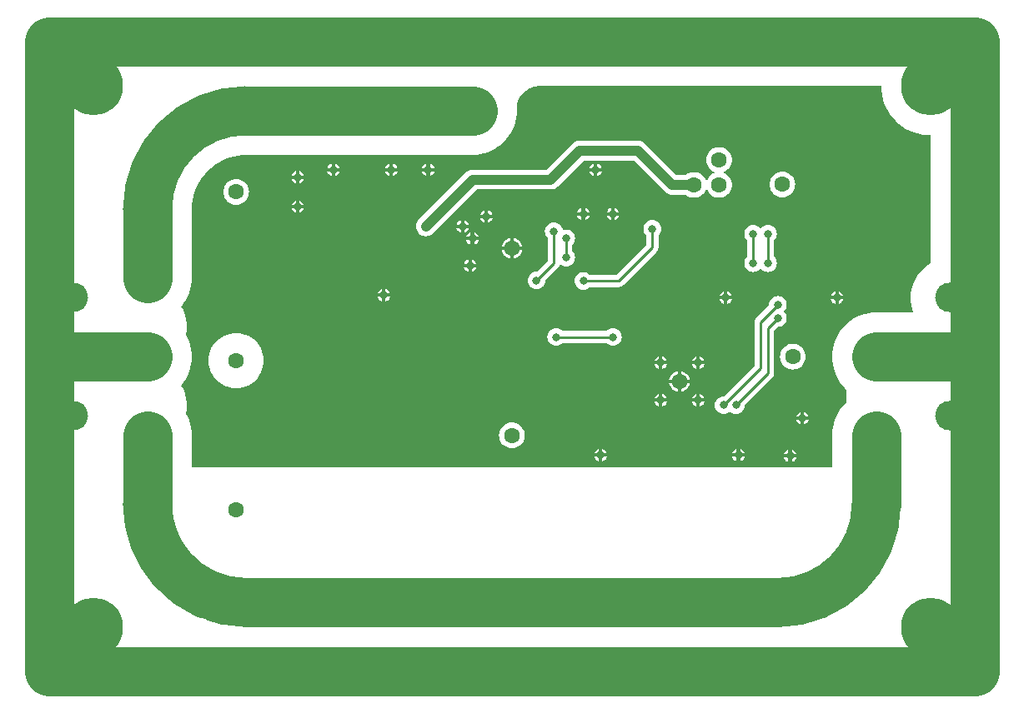
<source format=gbl>
G04*
G04 #@! TF.GenerationSoftware,Altium Limited,Altium Designer,18.1.7 (191)*
G04*
G04 Layer_Physical_Order=2*
G04 Layer_Color=16711680*
%FSLAX44Y44*%
%MOMM*%
G71*
G01*
G75*
%ADD24C,5.0000*%
%ADD35C,1.0000*%
%ADD41C,0.2500*%
%ADD42C,4.0000*%
%ADD43C,1.6000*%
%ADD44C,6.0000*%
G04:AMPARAMS|DCode=45|XSize=5mm|YSize=3mm|CornerRadius=1.5mm|HoleSize=0mm|Usage=FLASHONLY|Rotation=0.000|XOffset=0mm|YOffset=0mm|HoleType=Round|Shape=RoundedRectangle|*
%AMROUNDEDRECTD45*
21,1,5.0000,0.0000,0,0,0.0*
21,1,2.0000,3.0000,0,0,0.0*
1,1,3.0000,1.0000,0.0000*
1,1,3.0000,-1.0000,0.0000*
1,1,3.0000,-1.0000,0.0000*
1,1,3.0000,1.0000,0.0000*
%
%ADD45ROUNDEDRECTD45*%
%ADD46C,0.8000*%
G36*
X875143Y620638D02*
X875713Y616309D01*
X876658Y612047D01*
X877971Y607883D01*
X879641Y603849D01*
X881657Y599976D01*
X884003Y596294D01*
X886661Y592830D01*
X889611Y589611D01*
X892830Y586661D01*
X896294Y584003D01*
X899976Y581657D01*
X903849Y579641D01*
X907883Y577971D01*
X912047Y576658D01*
X916309Y575713D01*
X920638Y575143D01*
X924957Y574954D01*
Y444622D01*
X922750Y443299D01*
X919594Y440958D01*
X916682Y438318D01*
X914042Y435406D01*
X911701Y432250D01*
X909681Y428879D01*
X908000Y425326D01*
X906676Y421625D01*
X905721Y417813D01*
X905145Y413925D01*
X904952Y410000D01*
X905145Y406075D01*
X905721Y402187D01*
X906676Y398375D01*
X907722Y395452D01*
X907434Y395043D01*
X870000D01*
X866074Y394871D01*
X862178Y394359D01*
X858342Y393508D01*
X854594Y392327D01*
X850964Y390823D01*
X847479Y389008D01*
X844165Y386897D01*
X841047Y384505D01*
X838150Y381850D01*
X835495Y378953D01*
X833103Y375835D01*
X830992Y372522D01*
X829177Y369036D01*
X827674Y365406D01*
X826492Y361658D01*
X825641Y357822D01*
X825128Y353926D01*
X824957Y350000D01*
X825128Y346074D01*
X825641Y342178D01*
X826492Y338342D01*
X827674Y334594D01*
X829177Y330964D01*
X830992Y327479D01*
X833103Y324165D01*
X835495Y321047D01*
X838150Y318150D01*
X840000Y316455D01*
Y303545D01*
X838150Y301850D01*
X835495Y298953D01*
X833103Y295835D01*
X830992Y292521D01*
X829177Y289036D01*
X827674Y285406D01*
X826492Y281658D01*
X825641Y277822D01*
X825128Y273926D01*
X824957Y270000D01*
Y237500D01*
X495000Y237500D01*
Y237500D01*
X494500Y237500D01*
X175043Y237500D01*
Y270000D01*
X174872Y273926D01*
X174359Y277822D01*
X173508Y281658D01*
X172327Y285406D01*
X170823Y289036D01*
X169247Y292062D01*
X169279Y292187D01*
X169855Y296075D01*
X170048Y300000D01*
X169855Y303925D01*
X169279Y307813D01*
X168324Y311625D01*
X167000Y315326D01*
X165319Y318879D01*
X164212Y320727D01*
X164505Y321047D01*
X166897Y324165D01*
X169008Y327479D01*
X170823Y330964D01*
X172327Y334594D01*
X173508Y338342D01*
X174359Y342178D01*
X174872Y346074D01*
X175043Y350000D01*
X174872Y353926D01*
X174359Y357822D01*
X173508Y361658D01*
X172327Y365406D01*
X170823Y369036D01*
X169247Y372062D01*
X169279Y372187D01*
X169855Y376075D01*
X170048Y380000D01*
X169855Y383925D01*
X169279Y387813D01*
X168324Y391625D01*
X167000Y395326D01*
X165319Y398879D01*
X164212Y400727D01*
X164505Y401047D01*
X166897Y404165D01*
X169008Y407479D01*
X170823Y410964D01*
X172327Y414594D01*
X173508Y418342D01*
X174359Y422178D01*
X174872Y426074D01*
X175043Y430000D01*
Y499924D01*
X175024Y500350D01*
X175177Y504245D01*
X175686Y508539D01*
X176529Y512780D01*
X177703Y516941D01*
X179199Y520998D01*
X181010Y524925D01*
X183122Y528697D01*
X185525Y532292D01*
X188202Y535688D01*
X191137Y538863D01*
X194312Y541798D01*
X197708Y544475D01*
X201303Y546878D01*
X205075Y548990D01*
X209002Y550801D01*
X213059Y552297D01*
X217220Y553471D01*
X221461Y554314D01*
X225755Y554823D01*
X229650Y554976D01*
X230076Y554957D01*
X460000D01*
X463926Y555129D01*
X467822Y555641D01*
X471658Y556492D01*
X475406Y557673D01*
X479036Y559177D01*
X482521Y560992D01*
X485835Y563103D01*
X488953Y565495D01*
X491850Y568150D01*
X494505Y571047D01*
X496897Y574165D01*
X499008Y577479D01*
X500823Y580964D01*
X502327Y584594D01*
X503508Y588342D01*
X504359Y592178D01*
X504871Y596074D01*
X505043Y600000D01*
X504878Y603773D01*
X505006Y605076D01*
X505454Y607327D01*
X506120Y609522D01*
X506998Y611642D01*
X508080Y613666D01*
X509355Y615574D01*
X510811Y617348D01*
X512434Y618971D01*
X514207Y620426D01*
X516115Y621701D01*
X518139Y622783D01*
X520259Y623661D01*
X522455Y624327D01*
X524706Y624775D01*
X526554Y624957D01*
X874954D01*
X875143Y620638D01*
D02*
G37*
%LPC*%
G36*
X589250Y621262D02*
Y616750D01*
X593762D01*
X593534Y617500D01*
X592931Y618629D01*
X592118Y619618D01*
X591129Y620431D01*
X590000Y621034D01*
X589250Y621262D01*
D02*
G37*
G36*
X585750D02*
X585000Y621034D01*
X583871Y620431D01*
X582882Y619618D01*
X582069Y618629D01*
X581466Y617500D01*
X581238Y616750D01*
X585750D01*
Y621262D01*
D02*
G37*
G36*
X564250D02*
Y616750D01*
X568762D01*
X568534Y617500D01*
X567931Y618629D01*
X567118Y619618D01*
X566129Y620431D01*
X565000Y621034D01*
X564250Y621262D01*
D02*
G37*
G36*
X560750D02*
X560000Y621034D01*
X558871Y620431D01*
X557882Y619618D01*
X557069Y618629D01*
X556466Y617500D01*
X556238Y616750D01*
X560750D01*
Y621262D01*
D02*
G37*
G36*
X593762Y613250D02*
X589250D01*
Y608738D01*
X590000Y608966D01*
X591129Y609569D01*
X592118Y610382D01*
X592931Y611371D01*
X593534Y612500D01*
X593762Y613250D01*
D02*
G37*
G36*
X585750D02*
X581238D01*
X581466Y612500D01*
X582069Y611371D01*
X582882Y610382D01*
X583871Y609569D01*
X585000Y608966D01*
X585750Y608738D01*
Y613250D01*
D02*
G37*
G36*
X568762D02*
X564250D01*
Y608738D01*
X565000Y608966D01*
X566129Y609569D01*
X567118Y610382D01*
X567931Y611371D01*
X568534Y612500D01*
X568762Y613250D01*
D02*
G37*
G36*
X560750D02*
X556238D01*
X556466Y612500D01*
X557069Y611371D01*
X557882Y610382D01*
X558871Y609569D01*
X560000Y608966D01*
X560750Y608738D01*
Y613250D01*
D02*
G37*
G36*
X601750Y606262D02*
Y601750D01*
X606262D01*
X606034Y602499D01*
X605431Y603629D01*
X604618Y604618D01*
X603629Y605431D01*
X602500Y606034D01*
X601750Y606262D01*
D02*
G37*
G36*
X598250D02*
X597500Y606034D01*
X596371Y605431D01*
X595382Y604618D01*
X594569Y603629D01*
X593966Y602499D01*
X593738Y601750D01*
X598250D01*
Y606262D01*
D02*
G37*
G36*
X576750D02*
Y601750D01*
X581262D01*
X581034Y602499D01*
X580431Y603629D01*
X579618Y604618D01*
X578629Y605431D01*
X577500Y606034D01*
X576750Y606262D01*
D02*
G37*
G36*
X573250D02*
X572500Y606034D01*
X571371Y605431D01*
X570382Y604618D01*
X569569Y603629D01*
X568966Y602499D01*
X568738Y601750D01*
X573250D01*
Y606262D01*
D02*
G37*
G36*
X551750D02*
Y601750D01*
X556262D01*
X556034Y602499D01*
X555431Y603629D01*
X554618Y604618D01*
X553629Y605431D01*
X552500Y606034D01*
X551750Y606262D01*
D02*
G37*
G36*
X548250D02*
X547500Y606034D01*
X546371Y605431D01*
X545382Y604618D01*
X544569Y603629D01*
X543966Y602499D01*
X543738Y601750D01*
X548250D01*
Y606262D01*
D02*
G37*
G36*
X606262Y598250D02*
X601750D01*
Y593738D01*
X602500Y593966D01*
X603629Y594569D01*
X604618Y595382D01*
X605431Y596371D01*
X606034Y597500D01*
X606262Y598250D01*
D02*
G37*
G36*
X598250D02*
X593738D01*
X593966Y597500D01*
X594569Y596371D01*
X595382Y595382D01*
X596371Y594569D01*
X597500Y593966D01*
X598250Y593738D01*
Y598250D01*
D02*
G37*
G36*
X581262D02*
X576750D01*
Y593738D01*
X577500Y593966D01*
X578629Y594569D01*
X579618Y595382D01*
X580431Y596371D01*
X581034Y597500D01*
X581262Y598250D01*
D02*
G37*
G36*
X573250D02*
X568738D01*
X568966Y597500D01*
X569569Y596371D01*
X570382Y595382D01*
X571371Y594569D01*
X572500Y593966D01*
X573250Y593738D01*
Y598250D01*
D02*
G37*
G36*
X556262D02*
X551750D01*
Y593738D01*
X552500Y593966D01*
X553629Y594569D01*
X554618Y595382D01*
X555431Y596371D01*
X556034Y597500D01*
X556262Y598250D01*
D02*
G37*
G36*
X548250D02*
X543738D01*
X543966Y597500D01*
X544569Y596371D01*
X545382Y595382D01*
X546371Y594569D01*
X547500Y593966D01*
X548250Y593738D01*
Y598250D01*
D02*
G37*
G36*
X589250Y591262D02*
Y586750D01*
X593762D01*
X593534Y587499D01*
X592931Y588629D01*
X592118Y589618D01*
X591129Y590431D01*
X590000Y591034D01*
X589250Y591262D01*
D02*
G37*
G36*
X585750D02*
X585000Y591034D01*
X583871Y590431D01*
X582882Y589618D01*
X582069Y588629D01*
X581466Y587499D01*
X581238Y586750D01*
X585750D01*
Y591262D01*
D02*
G37*
G36*
X564250D02*
Y586750D01*
X568762D01*
X568534Y587499D01*
X567931Y588629D01*
X567118Y589618D01*
X566129Y590431D01*
X565000Y591034D01*
X564250Y591262D01*
D02*
G37*
G36*
X560750D02*
X560000Y591034D01*
X558871Y590431D01*
X557882Y589618D01*
X557069Y588629D01*
X556466Y587499D01*
X556238Y586750D01*
X560750D01*
Y591262D01*
D02*
G37*
G36*
X593762Y583250D02*
X589250D01*
Y578738D01*
X590000Y578966D01*
X591129Y579569D01*
X592118Y580382D01*
X592931Y581371D01*
X593534Y582500D01*
X593762Y583250D01*
D02*
G37*
G36*
X585750D02*
X581238D01*
X581466Y582500D01*
X582069Y581371D01*
X582882Y580382D01*
X583871Y579569D01*
X585000Y578966D01*
X585750Y578738D01*
Y583250D01*
D02*
G37*
G36*
X568762D02*
X564250D01*
Y578738D01*
X565000Y578966D01*
X566129Y579569D01*
X567118Y580382D01*
X567931Y581371D01*
X568534Y582500D01*
X568762Y583250D01*
D02*
G37*
G36*
X560750D02*
X556238D01*
X556466Y582500D01*
X557069Y581371D01*
X557882Y580382D01*
X558871Y579569D01*
X560000Y578966D01*
X560750Y578738D01*
Y583250D01*
D02*
G37*
G36*
X379250Y546262D02*
Y541750D01*
X383762D01*
X383534Y542500D01*
X382931Y543629D01*
X382118Y544618D01*
X381129Y545431D01*
X380000Y546034D01*
X379250Y546262D01*
D02*
G37*
G36*
X375750D02*
X375000Y546034D01*
X373871Y545431D01*
X372882Y544618D01*
X372069Y543629D01*
X371466Y542500D01*
X371238Y541750D01*
X375750D01*
Y546262D01*
D02*
G37*
G36*
X586750Y546262D02*
Y541750D01*
X591262D01*
X591034Y542499D01*
X590431Y543629D01*
X589618Y544618D01*
X588629Y545431D01*
X587500Y546034D01*
X586750Y546262D01*
D02*
G37*
G36*
X583250D02*
X582500Y546034D01*
X581371Y545431D01*
X580382Y544618D01*
X579569Y543629D01*
X578966Y542499D01*
X578738Y541750D01*
X583250D01*
Y546262D01*
D02*
G37*
G36*
X416750D02*
Y541750D01*
X421262D01*
X421034Y542499D01*
X420431Y543629D01*
X419618Y544618D01*
X418629Y545431D01*
X417500Y546034D01*
X416750Y546262D01*
D02*
G37*
G36*
X413250D02*
X412500Y546034D01*
X411371Y545431D01*
X410382Y544618D01*
X409569Y543629D01*
X408966Y542499D01*
X408738Y541750D01*
X413250D01*
Y546262D01*
D02*
G37*
G36*
X320500D02*
Y541750D01*
X325012D01*
X324784Y542499D01*
X324181Y543629D01*
X323368Y544618D01*
X322379Y545431D01*
X321250Y546034D01*
X320500Y546262D01*
D02*
G37*
G36*
X317000D02*
X316250Y546034D01*
X315121Y545431D01*
X314132Y544618D01*
X313319Y543629D01*
X312716Y542499D01*
X312488Y541750D01*
X317000D01*
Y546262D01*
D02*
G37*
G36*
X284250Y538762D02*
Y534250D01*
X288762D01*
X288534Y535000D01*
X287931Y536129D01*
X287118Y537118D01*
X286129Y537931D01*
X285000Y538534D01*
X284250Y538762D01*
D02*
G37*
G36*
X280750D02*
X280000Y538534D01*
X278871Y537931D01*
X277882Y537118D01*
X277069Y536129D01*
X276466Y535000D01*
X276238Y534250D01*
X280750D01*
Y538762D01*
D02*
G37*
G36*
X383762Y538250D02*
X379250D01*
Y533738D01*
X380000Y533966D01*
X381129Y534569D01*
X382118Y535382D01*
X382931Y536371D01*
X383534Y537501D01*
X383762Y538250D01*
D02*
G37*
G36*
X375750D02*
X371238D01*
X371466Y537501D01*
X372069Y536371D01*
X372882Y535382D01*
X373871Y534569D01*
X375000Y533966D01*
X375750Y533738D01*
Y538250D01*
D02*
G37*
G36*
X591262Y538250D02*
X586750D01*
Y533738D01*
X587500Y533966D01*
X588629Y534569D01*
X589618Y535382D01*
X590431Y536371D01*
X591034Y537500D01*
X591262Y538250D01*
D02*
G37*
G36*
X583250D02*
X578738D01*
X578966Y537500D01*
X579569Y536371D01*
X580382Y535382D01*
X581371Y534569D01*
X582500Y533966D01*
X583250Y533738D01*
Y538250D01*
D02*
G37*
G36*
X421262D02*
X416750D01*
Y533738D01*
X417500Y533966D01*
X418629Y534569D01*
X419618Y535382D01*
X420431Y536371D01*
X421034Y537500D01*
X421262Y538250D01*
D02*
G37*
G36*
X413250D02*
X408738D01*
X408966Y537500D01*
X409569Y536371D01*
X410382Y535382D01*
X411371Y534569D01*
X412500Y533966D01*
X413250Y533738D01*
Y538250D01*
D02*
G37*
G36*
X325012D02*
X320500D01*
Y533738D01*
X321250Y533966D01*
X322379Y534569D01*
X323368Y535382D01*
X324181Y536371D01*
X324784Y537500D01*
X325012Y538250D01*
D02*
G37*
G36*
X317000D02*
X312488D01*
X312716Y537500D01*
X313319Y536371D01*
X314132Y535382D01*
X315121Y534569D01*
X316250Y533966D01*
X317000Y533738D01*
Y538250D01*
D02*
G37*
G36*
X288762Y530750D02*
X284250D01*
Y526238D01*
X285000Y526466D01*
X286129Y527069D01*
X287118Y527882D01*
X287931Y528871D01*
X288534Y530000D01*
X288762Y530750D01*
D02*
G37*
G36*
X280750D02*
X276238D01*
X276466Y530000D01*
X277069Y528871D01*
X277882Y527882D01*
X278871Y527069D01*
X280000Y526466D01*
X280750Y526238D01*
Y530750D01*
D02*
G37*
G36*
X871750Y518762D02*
Y514250D01*
X876262D01*
X876034Y515000D01*
X875431Y516129D01*
X874619Y517118D01*
X873629Y517931D01*
X872499Y518534D01*
X871750Y518762D01*
D02*
G37*
G36*
X868250D02*
X867501Y518534D01*
X866371Y517931D01*
X865382Y517118D01*
X864569Y516129D01*
X863966Y515000D01*
X863738Y514250D01*
X868250D01*
Y518762D01*
D02*
G37*
G36*
X774597Y538040D02*
X772557Y537880D01*
X770568Y537402D01*
X768677Y536619D01*
X766933Y535550D01*
X765377Y534221D01*
X764048Y532665D01*
X762979Y530920D01*
X762195Y529030D01*
X761718Y527040D01*
X761557Y525000D01*
X761718Y522960D01*
X762195Y520970D01*
X762979Y519080D01*
X764048Y517335D01*
X765377Y515779D01*
X766933Y514450D01*
X768677Y513381D01*
X770568Y512598D01*
X772557Y512120D01*
X774597Y511960D01*
X776637Y512120D01*
X778627Y512598D01*
X780518Y513381D01*
X782262Y514450D01*
X783818Y515779D01*
X785147Y517335D01*
X786216Y519080D01*
X786999Y520970D01*
X787477Y522960D01*
X787637Y525000D01*
X787477Y527040D01*
X786999Y529030D01*
X786216Y530920D01*
X785147Y532665D01*
X783818Y534221D01*
X782262Y535550D01*
X780518Y536619D01*
X778627Y537402D01*
X776637Y537880D01*
X774597Y538040D01*
D02*
G37*
G36*
X628279Y569269D02*
X568471D01*
X566510Y569076D01*
X564625Y568504D01*
X562888Y567576D01*
X561366Y566326D01*
X535088Y540048D01*
X460000D01*
X458040Y539855D01*
X456155Y539283D01*
X454417Y538355D01*
X452895Y537105D01*
X405395Y489605D01*
X404145Y488083D01*
X403217Y486345D01*
X402645Y484460D01*
X402452Y482500D01*
X402645Y480540D01*
X403217Y478655D01*
X404145Y476917D01*
X405395Y475395D01*
X406917Y474145D01*
X408655Y473217D01*
X410540Y472645D01*
X412500Y472452D01*
X414460Y472645D01*
X416345Y473217D01*
X418083Y474145D01*
X419605Y475395D01*
X464162Y519952D01*
X539250D01*
X541210Y520145D01*
X543095Y520717D01*
X544832Y521645D01*
X546355Y522895D01*
X572633Y549172D01*
X624117D01*
X655795Y517495D01*
X657318Y516245D01*
X659055Y515317D01*
X660940Y514745D01*
X662900Y514552D01*
X676746D01*
X677333Y514050D01*
X679078Y512981D01*
X680968Y512198D01*
X682958Y511720D01*
X684998Y511560D01*
X687038Y511720D01*
X689027Y512198D01*
X690918Y512981D01*
X692663Y514050D01*
X694219Y515379D01*
X695547Y516935D01*
X696617Y518680D01*
X697400Y520570D01*
X697448Y520770D01*
X697948D01*
X697996Y520570D01*
X698779Y518680D01*
X699848Y516935D01*
X701177Y515379D01*
X702733Y514050D01*
X704477Y512981D01*
X706368Y512198D01*
X708358Y511720D01*
X710398Y511560D01*
X712438Y511720D01*
X714427Y512198D01*
X716318Y512981D01*
X718063Y514050D01*
X719618Y515379D01*
X720947Y516935D01*
X722017Y518680D01*
X722800Y520570D01*
X723277Y522560D01*
X723438Y524600D01*
X723277Y526640D01*
X722800Y528630D01*
X722017Y530520D01*
X720947Y532265D01*
X719618Y533821D01*
X718063Y535150D01*
X716318Y536219D01*
X714427Y537002D01*
X714227Y537050D01*
Y537550D01*
X714427Y537598D01*
X716318Y538381D01*
X718063Y539450D01*
X719619Y540779D01*
X720948Y542335D01*
X722017Y544080D01*
X722800Y545970D01*
X723278Y547960D01*
X723438Y550000D01*
X723278Y552040D01*
X722800Y554030D01*
X722017Y555920D01*
X720948Y557665D01*
X719619Y559221D01*
X718063Y560550D01*
X716318Y561619D01*
X714427Y562402D01*
X712438Y562880D01*
X710398Y563040D01*
X708358Y562880D01*
X706368Y562402D01*
X704478Y561619D01*
X702733Y560550D01*
X701177Y559221D01*
X699848Y557665D01*
X698779Y555920D01*
X697996Y554030D01*
X697518Y552040D01*
X697358Y550000D01*
X697518Y547960D01*
X697996Y545970D01*
X698779Y544080D01*
X699848Y542335D01*
X701177Y540779D01*
X702733Y539450D01*
X704478Y538381D01*
X706368Y537598D01*
X706568Y537550D01*
Y537050D01*
X706368Y537002D01*
X704477Y536219D01*
X702733Y535150D01*
X701177Y533821D01*
X699848Y532265D01*
X698779Y530520D01*
X697996Y528630D01*
X697948Y528430D01*
X697448D01*
X697400Y528630D01*
X696617Y530520D01*
X695547Y532265D01*
X694219Y533821D01*
X692663Y535150D01*
X690918Y536219D01*
X689027Y537002D01*
X687038Y537480D01*
X684998Y537640D01*
X682958Y537480D01*
X680968Y537002D01*
X679078Y536219D01*
X677333Y535150D01*
X676746Y534648D01*
X667062D01*
X635384Y566326D01*
X633862Y567576D01*
X632125Y568504D01*
X630240Y569076D01*
X628279Y569269D01*
D02*
G37*
G36*
X876262Y510750D02*
X871750D01*
Y506238D01*
X872499Y506466D01*
X873629Y507069D01*
X874619Y507882D01*
X875431Y508871D01*
X876034Y510000D01*
X876262Y510750D01*
D02*
G37*
G36*
X868250D02*
X863738D01*
X863966Y510000D01*
X864569Y508871D01*
X865382Y507882D01*
X866371Y507069D01*
X867501Y506466D01*
X868250Y506238D01*
Y510750D01*
D02*
G37*
G36*
X220000Y530540D02*
X217960Y530380D01*
X215970Y529902D01*
X214080Y529119D01*
X212335Y528050D01*
X210779Y526721D01*
X209450Y525165D01*
X208381Y523420D01*
X207598Y521530D01*
X207120Y519540D01*
X206960Y517500D01*
X207120Y515460D01*
X207598Y513470D01*
X208381Y511580D01*
X209450Y509835D01*
X210779Y508279D01*
X212335Y506950D01*
X214080Y505881D01*
X215970Y505098D01*
X217960Y504620D01*
X220000Y504460D01*
X222040Y504620D01*
X224030Y505098D01*
X225920Y505881D01*
X227665Y506950D01*
X229221Y508279D01*
X230550Y509835D01*
X231619Y511580D01*
X232402Y513470D01*
X232880Y515460D01*
X233040Y517500D01*
X232880Y519540D01*
X232402Y521530D01*
X231619Y523420D01*
X230550Y525165D01*
X229221Y526721D01*
X227665Y528050D01*
X225920Y529119D01*
X224030Y529902D01*
X222040Y530380D01*
X220000Y530540D01*
D02*
G37*
G36*
X284250Y508762D02*
Y504250D01*
X288762D01*
X288534Y505000D01*
X287931Y506129D01*
X287118Y507118D01*
X286129Y507931D01*
X285000Y508534D01*
X284250Y508762D01*
D02*
G37*
G36*
X280750D02*
X280000Y508534D01*
X278871Y507931D01*
X277882Y507118D01*
X277069Y506129D01*
X276466Y505000D01*
X276238Y504250D01*
X280750D01*
Y508762D01*
D02*
G37*
G36*
X886750Y506262D02*
Y501750D01*
X891262D01*
X891034Y502500D01*
X890431Y503629D01*
X889619Y504618D01*
X888629Y505431D01*
X887499Y506034D01*
X886750Y506262D01*
D02*
G37*
G36*
X883250D02*
X882501Y506034D01*
X881371Y505431D01*
X880382Y504618D01*
X879569Y503629D01*
X878966Y502500D01*
X878738Y501750D01*
X883250D01*
Y506262D01*
D02*
G37*
G36*
X856750D02*
Y501750D01*
X861262D01*
X861034Y502500D01*
X860431Y503629D01*
X859618Y504618D01*
X858629Y505431D01*
X857499Y506034D01*
X856750Y506262D01*
D02*
G37*
G36*
X853250D02*
X852501Y506034D01*
X851371Y505431D01*
X850382Y504618D01*
X849569Y503629D01*
X848966Y502500D01*
X848738Y501750D01*
X853250D01*
Y506262D01*
D02*
G37*
G36*
X604250Y501262D02*
Y496750D01*
X608761D01*
X608534Y497499D01*
X607931Y498629D01*
X607118Y499618D01*
X606129Y500431D01*
X604999Y501034D01*
X604250Y501262D01*
D02*
G37*
G36*
X600750D02*
X600000Y501034D01*
X598871Y500431D01*
X597882Y499618D01*
X597069Y498629D01*
X596466Y497499D01*
X596238Y496750D01*
X600750D01*
Y501262D01*
D02*
G37*
G36*
X574250D02*
Y496750D01*
X578762D01*
X578534Y497499D01*
X577931Y498629D01*
X577118Y499618D01*
X576129Y500431D01*
X574999Y501034D01*
X574250Y501262D01*
D02*
G37*
G36*
X570750D02*
X570000Y501034D01*
X568871Y500431D01*
X567882Y499618D01*
X567069Y498629D01*
X566466Y497499D01*
X566238Y496750D01*
X570750D01*
Y501262D01*
D02*
G37*
G36*
X288762Y500750D02*
X284250D01*
Y496238D01*
X285000Y496466D01*
X286129Y497069D01*
X287118Y497882D01*
X287931Y498871D01*
X288534Y500000D01*
X288762Y500750D01*
D02*
G37*
G36*
X280750D02*
X276238D01*
X276466Y500000D01*
X277069Y498871D01*
X277882Y497882D01*
X278871Y497069D01*
X280000Y496466D01*
X280750Y496238D01*
Y500750D01*
D02*
G37*
G36*
X475750Y498762D02*
Y494250D01*
X480262D01*
X480034Y495000D01*
X479431Y496129D01*
X478618Y497118D01*
X477629Y497931D01*
X476499Y498534D01*
X475750Y498762D01*
D02*
G37*
G36*
X472250D02*
X471501Y498534D01*
X470371Y497931D01*
X469382Y497118D01*
X468569Y496129D01*
X467966Y495000D01*
X467738Y494250D01*
X472250D01*
Y498762D01*
D02*
G37*
G36*
X891262Y498250D02*
X886750D01*
Y493738D01*
X887499Y493966D01*
X888629Y494569D01*
X889619Y495382D01*
X890431Y496371D01*
X891034Y497500D01*
X891262Y498250D01*
D02*
G37*
G36*
X883250D02*
X878738D01*
X878966Y497500D01*
X879569Y496371D01*
X880382Y495382D01*
X881371Y494569D01*
X882501Y493966D01*
X883250Y493738D01*
Y498250D01*
D02*
G37*
G36*
X861262D02*
X856750D01*
Y493738D01*
X857499Y493966D01*
X858629Y494569D01*
X859618Y495382D01*
X860431Y496371D01*
X861034Y497500D01*
X861262Y498250D01*
D02*
G37*
G36*
X853250D02*
X848738D01*
X848966Y497500D01*
X849569Y496371D01*
X850382Y495382D01*
X851371Y494569D01*
X852501Y493966D01*
X853250Y493738D01*
Y498250D01*
D02*
G37*
G36*
X871750Y493762D02*
Y489250D01*
X876262D01*
X876034Y490000D01*
X875431Y491129D01*
X874619Y492118D01*
X873629Y492931D01*
X872499Y493534D01*
X871750Y493762D01*
D02*
G37*
G36*
X868250D02*
X867501Y493534D01*
X866371Y492931D01*
X865382Y492118D01*
X864569Y491129D01*
X863966Y490000D01*
X863738Y489250D01*
X868250D01*
Y493762D01*
D02*
G37*
G36*
X608761Y493250D02*
X604250D01*
Y488738D01*
X604999Y488966D01*
X606129Y489569D01*
X607118Y490382D01*
X607931Y491371D01*
X608534Y492500D01*
X608761Y493250D01*
D02*
G37*
G36*
X600750D02*
X596238D01*
X596466Y492500D01*
X597069Y491371D01*
X597882Y490382D01*
X598871Y489569D01*
X600000Y488966D01*
X600750Y488738D01*
Y493250D01*
D02*
G37*
G36*
X578762D02*
X574250D01*
Y488738D01*
X574999Y488966D01*
X576129Y489569D01*
X577118Y490382D01*
X577931Y491371D01*
X578534Y492500D01*
X578762Y493250D01*
D02*
G37*
G36*
X570750D02*
X566238D01*
X566466Y492500D01*
X567069Y491371D01*
X567882Y490382D01*
X568871Y489569D01*
X570000Y488966D01*
X570750Y488738D01*
Y493250D01*
D02*
G37*
G36*
X480262Y490750D02*
X475750D01*
Y486238D01*
X476499Y486466D01*
X477629Y487069D01*
X478618Y487882D01*
X479431Y488871D01*
X480034Y490000D01*
X480262Y490750D01*
D02*
G37*
G36*
X472250D02*
X467738D01*
X467966Y490000D01*
X468569Y488871D01*
X469382Y487882D01*
X470371Y487069D01*
X471501Y486466D01*
X472250Y486238D01*
Y490750D01*
D02*
G37*
G36*
X451750Y488762D02*
Y484250D01*
X456262D01*
X456034Y484999D01*
X455431Y486129D01*
X454618Y487118D01*
X453629Y487931D01*
X452500Y488534D01*
X451750Y488762D01*
D02*
G37*
G36*
X448250D02*
X447501Y488534D01*
X446371Y487931D01*
X445382Y487118D01*
X444569Y486129D01*
X443966Y484999D01*
X443738Y484250D01*
X448250D01*
Y488762D01*
D02*
G37*
G36*
X876262Y485750D02*
X871750D01*
Y481238D01*
X872499Y481466D01*
X873629Y482069D01*
X874619Y482882D01*
X875431Y483871D01*
X876034Y485000D01*
X876262Y485750D01*
D02*
G37*
G36*
X868250D02*
X863738D01*
X863966Y485000D01*
X864569Y483871D01*
X865382Y482882D01*
X866371Y482069D01*
X867501Y481466D01*
X868250Y481238D01*
Y485750D01*
D02*
G37*
G36*
X760000Y484044D02*
X758236Y483870D01*
X756539Y483355D01*
X754976Y482519D01*
X753605Y481395D01*
X752750Y480353D01*
X752250D01*
X751395Y481395D01*
X750024Y482519D01*
X748461Y483355D01*
X746764Y483870D01*
X745000Y484044D01*
X743236Y483870D01*
X741539Y483355D01*
X739976Y482519D01*
X738605Y481395D01*
X737481Y480024D01*
X736645Y478461D01*
X736130Y476764D01*
X735956Y475000D01*
X736130Y473236D01*
X736645Y471539D01*
X737481Y469976D01*
X738605Y468605D01*
X738720Y468511D01*
Y451489D01*
X738605Y451395D01*
X737481Y450024D01*
X736645Y448461D01*
X736130Y446764D01*
X735956Y445000D01*
X736130Y443236D01*
X736645Y441539D01*
X737481Y439976D01*
X738605Y438605D01*
X739976Y437481D01*
X741539Y436645D01*
X743236Y436130D01*
X745000Y435956D01*
X746764Y436130D01*
X748461Y436645D01*
X750024Y437481D01*
X751395Y438605D01*
X752250Y439647D01*
X752750D01*
X753605Y438605D01*
X754976Y437481D01*
X756539Y436645D01*
X758236Y436130D01*
X760000Y435956D01*
X761764Y436130D01*
X763461Y436645D01*
X765024Y437481D01*
X766395Y438605D01*
X767519Y439976D01*
X768355Y441539D01*
X768870Y443236D01*
X769044Y445000D01*
X768870Y446764D01*
X768355Y448461D01*
X767519Y450024D01*
X766395Y451395D01*
X766280Y451489D01*
Y468511D01*
X766395Y468605D01*
X767519Y469976D01*
X768355Y471539D01*
X768870Y473236D01*
X769044Y475000D01*
X768870Y476764D01*
X768355Y478461D01*
X767519Y480024D01*
X766395Y481395D01*
X765024Y482519D01*
X763461Y483355D01*
X761764Y483870D01*
X760000Y484044D01*
D02*
G37*
G36*
X886750Y481262D02*
Y476750D01*
X891262D01*
X891034Y477500D01*
X890431Y478629D01*
X889619Y479618D01*
X888629Y480431D01*
X887499Y481034D01*
X886750Y481262D01*
D02*
G37*
G36*
X883250D02*
X882501Y481034D01*
X881371Y480431D01*
X880382Y479618D01*
X879569Y478629D01*
X878966Y477500D01*
X878738Y476750D01*
X883250D01*
Y481262D01*
D02*
G37*
G36*
X856750D02*
Y476750D01*
X861262D01*
X861034Y477500D01*
X860431Y478629D01*
X859618Y479618D01*
X858629Y480431D01*
X857499Y481034D01*
X856750Y481262D01*
D02*
G37*
G36*
X853250D02*
X852501Y481034D01*
X851371Y480431D01*
X850382Y479618D01*
X849569Y478629D01*
X848966Y477500D01*
X848738Y476750D01*
X853250D01*
Y481262D01*
D02*
G37*
G36*
X456262Y480750D02*
X451750D01*
Y476238D01*
X452500Y476466D01*
X453629Y477069D01*
X454618Y477882D01*
X455431Y478871D01*
X456034Y480000D01*
X456262Y480750D01*
D02*
G37*
G36*
X448250D02*
X443738D01*
X443966Y480000D01*
X444569Y478871D01*
X445382Y477882D01*
X446371Y477069D01*
X447501Y476466D01*
X448250Y476238D01*
Y480750D01*
D02*
G37*
G36*
X461647Y476364D02*
Y471852D01*
X466159D01*
X465932Y472602D01*
X465328Y473731D01*
X464516Y474721D01*
X463526Y475533D01*
X462397Y476137D01*
X461647Y476364D01*
D02*
G37*
G36*
X458148D02*
X457398Y476137D01*
X456269Y475533D01*
X455279Y474721D01*
X454467Y473731D01*
X453863Y472602D01*
X453636Y471852D01*
X458148D01*
Y476364D01*
D02*
G37*
G36*
X891262Y473250D02*
X886750D01*
Y468738D01*
X887499Y468966D01*
X888629Y469569D01*
X889619Y470382D01*
X890431Y471371D01*
X891034Y472500D01*
X891262Y473250D01*
D02*
G37*
G36*
X883250D02*
X878738D01*
X878966Y472500D01*
X879569Y471371D01*
X880382Y470382D01*
X881371Y469569D01*
X882501Y468966D01*
X883250Y468738D01*
Y473250D01*
D02*
G37*
G36*
X861262D02*
X856750D01*
Y468738D01*
X857499Y468966D01*
X858629Y469569D01*
X859618Y470382D01*
X860431Y471371D01*
X861034Y472500D01*
X861262Y473250D01*
D02*
G37*
G36*
X853250D02*
X848738D01*
X848966Y472500D01*
X849569Y471371D01*
X850382Y470382D01*
X851371Y469569D01*
X852501Y468966D01*
X853250Y468738D01*
Y473250D01*
D02*
G37*
G36*
X871750Y468762D02*
Y464250D01*
X876262D01*
X876034Y465000D01*
X875431Y466129D01*
X874619Y467118D01*
X873629Y467931D01*
X872499Y468534D01*
X871750Y468762D01*
D02*
G37*
G36*
X868250D02*
X867501Y468534D01*
X866371Y467931D01*
X865382Y467118D01*
X864569Y466129D01*
X863966Y465000D01*
X863738Y464250D01*
X868250D01*
Y468762D01*
D02*
G37*
G36*
X466159Y468353D02*
X461647D01*
Y463841D01*
X462397Y464068D01*
X463526Y464672D01*
X464516Y465484D01*
X465328Y466474D01*
X465932Y467603D01*
X466159Y468353D01*
D02*
G37*
G36*
X458148D02*
X453636D01*
X453863Y467603D01*
X454467Y466474D01*
X455279Y465484D01*
X456269Y464672D01*
X457398Y464068D01*
X458148Y463841D01*
Y468353D01*
D02*
G37*
G36*
X501750Y470378D02*
Y461750D01*
X510378D01*
X510017Y463255D01*
X509384Y464782D01*
X508521Y466191D01*
X507448Y467448D01*
X506191Y468521D01*
X504782Y469384D01*
X503255Y470017D01*
X501750Y470378D01*
D02*
G37*
G36*
X498250D02*
X496745Y470017D01*
X495218Y469384D01*
X493809Y468521D01*
X492552Y467448D01*
X491479Y466191D01*
X490616Y464782D01*
X489983Y463255D01*
X489622Y461750D01*
X498250D01*
Y470378D01*
D02*
G37*
G36*
X876262Y460750D02*
X871750D01*
Y456238D01*
X872499Y456466D01*
X873629Y457069D01*
X874619Y457882D01*
X875431Y458871D01*
X876034Y460000D01*
X876262Y460750D01*
D02*
G37*
G36*
X868250D02*
X863738D01*
X863966Y460000D01*
X864569Y458871D01*
X865382Y457882D01*
X866371Y457069D01*
X867501Y456466D01*
X868250Y456238D01*
Y460750D01*
D02*
G37*
G36*
X510378Y458250D02*
X501750D01*
Y449622D01*
X503255Y449983D01*
X504782Y450616D01*
X506191Y451479D01*
X507448Y452552D01*
X508521Y453809D01*
X509384Y455218D01*
X510017Y456745D01*
X510378Y458250D01*
D02*
G37*
G36*
X498250D02*
X489622D01*
X489983Y456745D01*
X490616Y455218D01*
X491479Y453809D01*
X492552Y452552D01*
X493809Y451479D01*
X495218Y450616D01*
X496745Y449983D01*
X498250Y449622D01*
Y458250D01*
D02*
G37*
G36*
X459250Y448762D02*
Y444250D01*
X463762D01*
X463534Y445000D01*
X462931Y446129D01*
X462118Y447118D01*
X461129Y447931D01*
X460000Y448534D01*
X459250Y448762D01*
D02*
G37*
G36*
X455750D02*
X455001Y448534D01*
X453871Y447931D01*
X452882Y447118D01*
X452069Y446129D01*
X451466Y445000D01*
X451238Y444250D01*
X455750D01*
Y448762D01*
D02*
G37*
G36*
X542500Y486543D02*
X540736Y486370D01*
X539039Y485855D01*
X537476Y485019D01*
X536105Y483895D01*
X534981Y482524D01*
X534145Y480961D01*
X533630Y479264D01*
X533456Y477500D01*
X533630Y475736D01*
X534145Y474039D01*
X534981Y472476D01*
X536105Y471105D01*
X536220Y471011D01*
Y447601D01*
X525147Y436529D01*
X525000Y436544D01*
X523236Y436370D01*
X521539Y435855D01*
X519976Y435019D01*
X518605Y433895D01*
X517481Y432524D01*
X516645Y430961D01*
X516130Y429264D01*
X515956Y427500D01*
X516130Y425736D01*
X516645Y424039D01*
X517481Y422476D01*
X518605Y421105D01*
X519976Y419981D01*
X521539Y419145D01*
X523236Y418630D01*
X525000Y418456D01*
X526764Y418630D01*
X528461Y419145D01*
X530024Y419981D01*
X531395Y421105D01*
X532519Y422476D01*
X533355Y424039D01*
X533870Y425736D01*
X534044Y427500D01*
X534029Y427647D01*
X546941Y440559D01*
X547722Y441511D01*
X548302Y442597D01*
X548620Y443646D01*
X548964Y443815D01*
X549169Y443843D01*
X550078Y443096D01*
X551642Y442260D01*
X553338Y441746D01*
X555103Y441572D01*
X556867Y441746D01*
X558563Y442260D01*
X560127Y443096D01*
X561497Y444221D01*
X562622Y445591D01*
X563458Y447155D01*
X563972Y448851D01*
X564146Y450616D01*
X563972Y452380D01*
X563458Y454076D01*
X562622Y455640D01*
X561497Y457010D01*
X561383Y457104D01*
Y463614D01*
X561497Y463708D01*
X562622Y465078D01*
X563458Y466642D01*
X563972Y468338D01*
X564146Y470103D01*
X563972Y471867D01*
X563458Y473563D01*
X562622Y475127D01*
X561497Y476497D01*
X560127Y477622D01*
X558563Y478458D01*
X556867Y478972D01*
X555103Y479146D01*
X553338Y478972D01*
X551943Y478549D01*
X551409Y478864D01*
X551370Y479264D01*
X550855Y480961D01*
X550019Y482524D01*
X548895Y483895D01*
X547524Y485019D01*
X545961Y485855D01*
X544264Y486370D01*
X542500Y486543D01*
D02*
G37*
G36*
X463762Y440750D02*
X459250D01*
Y436238D01*
X460000Y436466D01*
X461129Y437069D01*
X462118Y437882D01*
X462931Y438871D01*
X463534Y440000D01*
X463762Y440750D01*
D02*
G37*
G36*
X455750D02*
X451238D01*
X451466Y440000D01*
X452069Y438871D01*
X452882Y437882D01*
X453871Y437069D01*
X455001Y436466D01*
X455750Y436238D01*
Y440750D01*
D02*
G37*
G36*
X642500Y489044D02*
X640736Y488870D01*
X639039Y488355D01*
X637476Y487519D01*
X636105Y486395D01*
X634981Y485024D01*
X634145Y483461D01*
X633630Y481764D01*
X633456Y480000D01*
X633630Y478236D01*
X634145Y476539D01*
X634981Y474976D01*
X636105Y473605D01*
X636220Y473511D01*
Y463351D01*
X606131Y433262D01*
X578989D01*
X578895Y433377D01*
X577524Y434502D01*
X575961Y435337D01*
X574264Y435852D01*
X572500Y436026D01*
X570736Y435852D01*
X569039Y435337D01*
X567476Y434502D01*
X566105Y433377D01*
X564981Y432007D01*
X564145Y430443D01*
X563630Y428747D01*
X563456Y426982D01*
X563630Y425218D01*
X564145Y423521D01*
X564981Y421958D01*
X566105Y420588D01*
X567476Y419463D01*
X569039Y418627D01*
X570736Y418112D01*
X572500Y417939D01*
X574264Y418112D01*
X575961Y418627D01*
X577524Y419463D01*
X578895Y420588D01*
X578989Y420702D01*
X608732D01*
X609958Y420823D01*
X611136Y421180D01*
X612221Y421760D01*
X613173Y422542D01*
X646941Y456309D01*
X647722Y457261D01*
X648302Y458347D01*
X648660Y459525D01*
X648780Y460750D01*
Y473511D01*
X648895Y473605D01*
X650019Y474976D01*
X650855Y476539D01*
X651370Y478236D01*
X651544Y480000D01*
X651370Y481764D01*
X650855Y483461D01*
X650019Y485024D01*
X648895Y486395D01*
X647524Y487519D01*
X645961Y488355D01*
X644264Y488870D01*
X642500Y489044D01*
D02*
G37*
G36*
X371750Y418761D02*
Y414250D01*
X376262D01*
X376034Y414999D01*
X375431Y416129D01*
X374618Y417118D01*
X373629Y417931D01*
X372500Y418534D01*
X371750Y418761D01*
D02*
G37*
G36*
X368250D02*
X367501Y418534D01*
X366371Y417931D01*
X365382Y417118D01*
X364569Y416129D01*
X363966Y414999D01*
X363738Y414250D01*
X368250D01*
Y418761D01*
D02*
G37*
G36*
X718900Y416362D02*
Y411850D01*
X723412D01*
X723184Y412599D01*
X722581Y413729D01*
X721768Y414718D01*
X720779Y415531D01*
X719650Y416134D01*
X718900Y416362D01*
D02*
G37*
G36*
X715400D02*
X714650Y416134D01*
X713521Y415531D01*
X712532Y414718D01*
X711719Y413729D01*
X711116Y412599D01*
X710888Y411850D01*
X715400D01*
Y416362D01*
D02*
G37*
G36*
X831750Y416362D02*
Y411850D01*
X836262D01*
X836034Y412599D01*
X835431Y413729D01*
X834618Y414718D01*
X833629Y415531D01*
X832499Y416134D01*
X831750Y416362D01*
D02*
G37*
G36*
X828250D02*
X827501Y416134D01*
X826371Y415531D01*
X825382Y414718D01*
X824569Y413729D01*
X823966Y412599D01*
X823738Y411850D01*
X828250D01*
Y416362D01*
D02*
G37*
G36*
X376262Y410750D02*
X371750D01*
Y406238D01*
X372500Y406466D01*
X373629Y407069D01*
X374618Y407882D01*
X375431Y408871D01*
X376034Y410000D01*
X376262Y410750D01*
D02*
G37*
G36*
X368250D02*
X363738D01*
X363966Y410000D01*
X364569Y408871D01*
X365382Y407882D01*
X366371Y407069D01*
X367501Y406466D01*
X368250Y406238D01*
Y410750D01*
D02*
G37*
G36*
X723412Y408350D02*
X718900D01*
Y403838D01*
X719650Y404066D01*
X720779Y404669D01*
X721768Y405482D01*
X722581Y406471D01*
X723184Y407601D01*
X723412Y408350D01*
D02*
G37*
G36*
X715400D02*
X710888D01*
X711116Y407601D01*
X711719Y406471D01*
X712532Y405482D01*
X713521Y404669D01*
X714650Y404066D01*
X715400Y403838D01*
Y408350D01*
D02*
G37*
G36*
X836262Y408350D02*
X831750D01*
Y403838D01*
X832499Y404066D01*
X833629Y404669D01*
X834618Y405482D01*
X835431Y406471D01*
X836034Y407601D01*
X836262Y408350D01*
D02*
G37*
G36*
X828250D02*
X823738D01*
X823966Y407601D01*
X824569Y406471D01*
X825382Y405482D01*
X826371Y404669D01*
X827501Y404066D01*
X828250Y403838D01*
Y408350D01*
D02*
G37*
G36*
X769924Y411544D02*
X768160Y411370D01*
X766463Y410855D01*
X764900Y410019D01*
X763529Y408895D01*
X762405Y407524D01*
X761569Y405961D01*
X761054Y404264D01*
X760881Y402500D01*
X760895Y402353D01*
X748059Y389517D01*
X747278Y388565D01*
X746698Y387479D01*
X746340Y386301D01*
X746220Y385076D01*
Y340701D01*
X715147Y309629D01*
X715000Y309643D01*
X713236Y309470D01*
X711539Y308955D01*
X709976Y308119D01*
X708605Y306995D01*
X707481Y305624D01*
X706645Y304061D01*
X706130Y302364D01*
X705956Y300600D01*
X706130Y298836D01*
X706645Y297139D01*
X707481Y295576D01*
X708605Y294205D01*
X709976Y293081D01*
X711539Y292245D01*
X713236Y291730D01*
X715000Y291556D01*
X716764Y291730D01*
X718461Y292245D01*
X720024Y293081D01*
X721250Y294086D01*
X722476Y293081D01*
X724039Y292245D01*
X725736Y291730D01*
X727500Y291556D01*
X729264Y291730D01*
X730961Y292245D01*
X732524Y293081D01*
X733895Y294205D01*
X735019Y295576D01*
X735855Y297139D01*
X736370Y298836D01*
X736544Y300600D01*
X736529Y300747D01*
X764441Y328659D01*
X765222Y329611D01*
X765802Y330697D01*
X766160Y331875D01*
X766280Y333100D01*
Y376663D01*
X769853Y380235D01*
X770000Y380221D01*
X771764Y380395D01*
X773461Y380909D01*
X775024Y381745D01*
X776395Y382870D01*
X777519Y384240D01*
X778355Y385803D01*
X778870Y387500D01*
X779044Y389264D01*
X778870Y391029D01*
X778355Y392725D01*
X777519Y394289D01*
X776462Y395577D01*
X776406Y395785D01*
X776448Y396262D01*
X777443Y397476D01*
X778279Y399039D01*
X778794Y400736D01*
X778968Y402500D01*
X778794Y404264D01*
X778279Y405961D01*
X777443Y407524D01*
X776319Y408895D01*
X774948Y410019D01*
X773385Y410855D01*
X771688Y411370D01*
X769924Y411544D01*
D02*
G37*
G36*
X602500Y379044D02*
X600736Y378870D01*
X599039Y378355D01*
X597476Y377519D01*
X596105Y376395D01*
X596011Y376280D01*
X551489D01*
X551395Y376395D01*
X550024Y377519D01*
X548461Y378355D01*
X546764Y378870D01*
X545000Y379044D01*
X543236Y378870D01*
X541539Y378355D01*
X539976Y377519D01*
X538605Y376395D01*
X537481Y375024D01*
X536645Y373461D01*
X536130Y371764D01*
X535956Y370000D01*
X536130Y368236D01*
X536645Y366539D01*
X537481Y364976D01*
X538605Y363605D01*
X539976Y362481D01*
X541539Y361645D01*
X543236Y361130D01*
X545000Y360956D01*
X546764Y361130D01*
X548461Y361645D01*
X550024Y362481D01*
X551395Y363605D01*
X551489Y363720D01*
X596011D01*
X596105Y363605D01*
X597476Y362481D01*
X599039Y361645D01*
X600736Y361130D01*
X602500Y360956D01*
X604264Y361130D01*
X605961Y361645D01*
X607524Y362481D01*
X608895Y363605D01*
X610019Y364976D01*
X610855Y366539D01*
X611370Y368236D01*
X611544Y370000D01*
X611370Y371764D01*
X610855Y373461D01*
X610019Y375024D01*
X608895Y376395D01*
X607524Y377519D01*
X605961Y378355D01*
X604264Y378870D01*
X602500Y379044D01*
D02*
G37*
G36*
X690750Y350162D02*
Y345650D01*
X695262D01*
X695034Y346399D01*
X694431Y347529D01*
X693618Y348518D01*
X692629Y349331D01*
X691499Y349934D01*
X690750Y350162D01*
D02*
G37*
G36*
X687250D02*
X686500Y349934D01*
X685371Y349331D01*
X684382Y348518D01*
X683569Y347529D01*
X682966Y346399D01*
X682738Y345650D01*
X687250D01*
Y350162D01*
D02*
G37*
G36*
X652750D02*
Y345650D01*
X657262D01*
X657034Y346399D01*
X656431Y347529D01*
X655618Y348518D01*
X654629Y349331D01*
X653500Y349934D01*
X652750Y350162D01*
D02*
G37*
G36*
X649250D02*
X648501Y349934D01*
X647371Y349331D01*
X646382Y348518D01*
X645569Y347529D01*
X644966Y346399D01*
X644738Y345650D01*
X649250D01*
Y350162D01*
D02*
G37*
G36*
X695262Y342150D02*
X690750D01*
Y337638D01*
X691499Y337866D01*
X692629Y338469D01*
X693618Y339282D01*
X694431Y340271D01*
X695034Y341400D01*
X695262Y342150D01*
D02*
G37*
G36*
X687250D02*
X682738D01*
X682966Y341400D01*
X683569Y340271D01*
X684382Y339282D01*
X685371Y338469D01*
X686500Y337866D01*
X687250Y337638D01*
Y342150D01*
D02*
G37*
G36*
X657262D02*
X652750D01*
Y337638D01*
X653500Y337866D01*
X654629Y338469D01*
X655618Y339282D01*
X656431Y340271D01*
X657034Y341400D01*
X657262Y342150D01*
D02*
G37*
G36*
X649250D02*
X644738D01*
X644966Y341400D01*
X645569Y340271D01*
X646382Y339282D01*
X647371Y338469D01*
X648501Y337866D01*
X649250Y337638D01*
Y342150D01*
D02*
G37*
G36*
X785200Y363040D02*
X783160Y362880D01*
X781170Y362402D01*
X779280Y361619D01*
X777535Y360550D01*
X775979Y359221D01*
X774650Y357665D01*
X773581Y355920D01*
X772798Y354030D01*
X772320Y352040D01*
X772160Y350000D01*
X772320Y347960D01*
X772798Y345970D01*
X773581Y344080D01*
X774650Y342335D01*
X775979Y340779D01*
X777535Y339450D01*
X779280Y338381D01*
X781170Y337598D01*
X783160Y337120D01*
X785200Y336960D01*
X787240Y337120D01*
X789230Y337598D01*
X791120Y338381D01*
X792865Y339450D01*
X794421Y340779D01*
X795750Y342335D01*
X796819Y344080D01*
X797602Y345970D01*
X798080Y347960D01*
X798240Y350000D01*
X798080Y352040D01*
X797602Y354030D01*
X796819Y355920D01*
X795750Y357665D01*
X794421Y359221D01*
X792865Y360550D01*
X791120Y361619D01*
X789230Y362402D01*
X787240Y362880D01*
X785200Y363040D01*
D02*
G37*
G36*
X671750Y335278D02*
Y326650D01*
X680378D01*
X680017Y328155D01*
X679385Y329682D01*
X678521Y331091D01*
X677448Y332348D01*
X676191Y333421D01*
X674782Y334285D01*
X673255Y334917D01*
X671750Y335278D01*
D02*
G37*
G36*
X668250D02*
X666745Y334917D01*
X665218Y334285D01*
X663809Y333421D01*
X662552Y332348D01*
X661479Y331091D01*
X660615Y329682D01*
X659983Y328155D01*
X659622Y326650D01*
X668250D01*
Y335278D01*
D02*
G37*
G36*
X220000Y374044D02*
X216860Y373868D01*
X213760Y373341D01*
X210738Y372470D01*
X207832Y371267D01*
X205080Y369746D01*
X202515Y367926D01*
X200170Y365830D01*
X198074Y363485D01*
X196254Y360920D01*
X194733Y358168D01*
X193530Y355262D01*
X192659Y352240D01*
X192132Y349140D01*
X191956Y346000D01*
X192132Y342860D01*
X192659Y339760D01*
X193530Y336738D01*
X194733Y333832D01*
X196254Y331080D01*
X198074Y328515D01*
X200170Y326170D01*
X202515Y324074D01*
X205080Y322254D01*
X207832Y320733D01*
X210738Y319530D01*
X213760Y318659D01*
X216860Y318132D01*
X220000Y317956D01*
X223140Y318132D01*
X226240Y318659D01*
X229262Y319530D01*
X232168Y320733D01*
X234920Y322254D01*
X237485Y324074D01*
X239830Y326170D01*
X241926Y328515D01*
X243746Y331080D01*
X245267Y333832D01*
X246470Y336738D01*
X247341Y339760D01*
X247868Y342860D01*
X248044Y346000D01*
X247868Y349140D01*
X247341Y352240D01*
X246470Y355262D01*
X245267Y358168D01*
X243746Y360920D01*
X241926Y363485D01*
X239830Y365830D01*
X237485Y367926D01*
X234920Y369746D01*
X232168Y371267D01*
X229262Y372470D01*
X226240Y373341D01*
X223140Y373868D01*
X220000Y374044D01*
D02*
G37*
G36*
X680378Y323150D02*
X671750D01*
Y314522D01*
X673255Y314883D01*
X674782Y315515D01*
X676191Y316379D01*
X677448Y317453D01*
X678521Y318709D01*
X679385Y320118D01*
X680017Y321645D01*
X680378Y323150D01*
D02*
G37*
G36*
X668250D02*
X659622D01*
X659983Y321645D01*
X660615Y320118D01*
X661479Y318709D01*
X662552Y317453D01*
X663809Y316379D01*
X665218Y315515D01*
X666745Y314883D01*
X668250Y314522D01*
Y323150D01*
D02*
G37*
G36*
X690750Y312162D02*
Y307650D01*
X695262D01*
X695034Y308400D01*
X694431Y309529D01*
X693618Y310518D01*
X692629Y311331D01*
X691499Y311934D01*
X690750Y312162D01*
D02*
G37*
G36*
X687250D02*
X686500Y311934D01*
X685371Y311331D01*
X684382Y310518D01*
X683569Y309529D01*
X682966Y308400D01*
X682738Y307650D01*
X687250D01*
Y312162D01*
D02*
G37*
G36*
X652750D02*
Y307650D01*
X657262D01*
X657034Y308400D01*
X656431Y309529D01*
X655618Y310518D01*
X654629Y311331D01*
X653500Y311934D01*
X652750Y312162D01*
D02*
G37*
G36*
X649250D02*
X648501Y311934D01*
X647371Y311331D01*
X646382Y310518D01*
X645569Y309529D01*
X644966Y308400D01*
X644738Y307650D01*
X649250D01*
Y312162D01*
D02*
G37*
G36*
X695262Y304150D02*
X690750D01*
Y299638D01*
X691499Y299866D01*
X692629Y300469D01*
X693618Y301282D01*
X694431Y302271D01*
X695034Y303400D01*
X695262Y304150D01*
D02*
G37*
G36*
X687250D02*
X682738D01*
X682966Y303400D01*
X683569Y302271D01*
X684382Y301282D01*
X685371Y300469D01*
X686500Y299866D01*
X687250Y299638D01*
Y304150D01*
D02*
G37*
G36*
X657262D02*
X652750D01*
Y299638D01*
X653500Y299866D01*
X654629Y300469D01*
X655618Y301282D01*
X656431Y302271D01*
X657034Y303400D01*
X657262Y304150D01*
D02*
G37*
G36*
X649250D02*
X644738D01*
X644966Y303400D01*
X645569Y302271D01*
X646382Y301282D01*
X647371Y300469D01*
X648501Y299866D01*
X649250Y299638D01*
Y304150D01*
D02*
G37*
G36*
X796750Y293762D02*
Y289250D01*
X801262D01*
X801034Y290000D01*
X800431Y291129D01*
X799618Y292118D01*
X798629Y292931D01*
X797499Y293534D01*
X796750Y293762D01*
D02*
G37*
G36*
X793250D02*
X792501Y293534D01*
X791371Y292931D01*
X790382Y292118D01*
X789569Y291129D01*
X788966Y290000D01*
X788738Y289250D01*
X793250D01*
Y293762D01*
D02*
G37*
G36*
X801262Y285750D02*
X796750D01*
Y281238D01*
X797499Y281466D01*
X798629Y282069D01*
X799618Y282882D01*
X800431Y283871D01*
X801034Y285000D01*
X801262Y285750D01*
D02*
G37*
G36*
X793250D02*
X788738D01*
X788966Y285000D01*
X789569Y283871D01*
X790382Y282882D01*
X791371Y282069D01*
X792501Y281466D01*
X793250Y281238D01*
Y285750D01*
D02*
G37*
G36*
X500000Y283040D02*
X497960Y282880D01*
X495970Y282402D01*
X494080Y281619D01*
X492335Y280550D01*
X490779Y279221D01*
X489450Y277665D01*
X488381Y275920D01*
X487598Y274030D01*
X487120Y272040D01*
X486960Y270000D01*
X487120Y267960D01*
X487598Y265970D01*
X488381Y264080D01*
X489450Y262335D01*
X490779Y260779D01*
X492335Y259450D01*
X494080Y258381D01*
X495970Y257598D01*
X497960Y257120D01*
X500000Y256960D01*
X502040Y257120D01*
X504030Y257598D01*
X505920Y258381D01*
X507665Y259450D01*
X509221Y260779D01*
X510550Y262335D01*
X511619Y264080D01*
X512402Y265970D01*
X512880Y267960D01*
X513040Y270000D01*
X512880Y272040D01*
X512402Y274030D01*
X511619Y275920D01*
X510550Y277665D01*
X509221Y279221D01*
X507665Y280550D01*
X505920Y281619D01*
X504030Y282402D01*
X502040Y282880D01*
X500000Y283040D01*
D02*
G37*
G36*
X731750Y256262D02*
Y251750D01*
X736262D01*
X736034Y252500D01*
X735431Y253629D01*
X734618Y254618D01*
X733629Y255431D01*
X732499Y256034D01*
X731750Y256262D01*
D02*
G37*
G36*
X728250D02*
X727501Y256034D01*
X726371Y255431D01*
X725382Y254618D01*
X724569Y253629D01*
X723966Y252500D01*
X723738Y251750D01*
X728250D01*
Y256262D01*
D02*
G37*
G36*
X591750D02*
Y251750D01*
X596262D01*
X596034Y252500D01*
X595431Y253629D01*
X594618Y254618D01*
X593629Y255431D01*
X592499Y256034D01*
X591750Y256262D01*
D02*
G37*
G36*
X588250D02*
X587500Y256034D01*
X586371Y255431D01*
X585382Y254618D01*
X584569Y253629D01*
X583966Y252500D01*
X583738Y251750D01*
X588250D01*
Y256262D01*
D02*
G37*
G36*
X784250Y255462D02*
Y250950D01*
X788762D01*
X788534Y251700D01*
X787931Y252829D01*
X787118Y253818D01*
X786129Y254631D01*
X784999Y255234D01*
X784250Y255462D01*
D02*
G37*
G36*
X780750D02*
X780001Y255234D01*
X778871Y254631D01*
X777882Y253818D01*
X777069Y252829D01*
X776466Y251700D01*
X776238Y250950D01*
X780750D01*
Y255462D01*
D02*
G37*
G36*
X736262Y248250D02*
X731750D01*
Y243738D01*
X732499Y243966D01*
X733629Y244569D01*
X734618Y245382D01*
X735431Y246371D01*
X736034Y247500D01*
X736262Y248250D01*
D02*
G37*
G36*
X728250D02*
X723738D01*
X723966Y247500D01*
X724569Y246371D01*
X725382Y245382D01*
X726371Y244569D01*
X727501Y243966D01*
X728250Y243738D01*
Y248250D01*
D02*
G37*
G36*
X596262D02*
X591750D01*
Y243738D01*
X592499Y243966D01*
X593629Y244569D01*
X594618Y245382D01*
X595431Y246371D01*
X596034Y247500D01*
X596262Y248250D01*
D02*
G37*
G36*
X588250D02*
X583738D01*
X583966Y247500D01*
X584569Y246371D01*
X585382Y245382D01*
X586371Y244569D01*
X587500Y243966D01*
X588250Y243738D01*
Y248250D01*
D02*
G37*
G36*
X788762Y247450D02*
X784250D01*
Y242938D01*
X784999Y243166D01*
X786129Y243769D01*
X787118Y244582D01*
X787931Y245571D01*
X788534Y246700D01*
X788762Y247450D01*
D02*
G37*
G36*
X780750D02*
X776238D01*
X776466Y246700D01*
X777069Y245571D01*
X777882Y244582D01*
X778871Y243769D01*
X780001Y243166D01*
X780750Y242938D01*
Y247450D01*
D02*
G37*
%LPD*%
D24*
X870000Y499924D02*
G03*
X769924Y600000I-100076J0D01*
G01*
X230076D02*
G03*
X130000Y499924I0J-100076D01*
G01*
X769924Y100000D02*
G03*
X870000Y200076I0J100076D01*
G01*
X130000D02*
G03*
X154766Y134170I100076J0D01*
G01*
X154766D02*
G03*
X230076Y100000I75310J65906D01*
G01*
X870000Y430000D02*
Y499924D01*
X540000Y600000D02*
X769924D01*
X30000Y30000D02*
Y670000D01*
Y30000D02*
X970000D01*
X30000Y670000D02*
X970000D01*
Y30000D02*
Y300000D01*
X870000Y350000D02*
X970000D01*
X970000Y300000D02*
Y670000D01*
X230076Y600000D02*
X460000D01*
X130000Y430000D02*
Y499924D01*
X330000Y100000D02*
X769924Y100000D01*
X130000Y200076D02*
Y270000D01*
X230076Y100000D02*
Y100000D01*
X870000Y200076D02*
Y270000D01*
X230076Y100000D02*
X330000D01*
X30000Y350000D02*
X130000D01*
X970000Y300000D02*
X970000D01*
D35*
X662900Y524600D02*
X685000D01*
X628279Y559221D02*
X662900Y524600D01*
X568471Y559221D02*
X628279D01*
X539250Y530000D02*
X568471Y559221D01*
X460000Y530000D02*
X539250D01*
X412500Y482500D02*
X460000Y530000D01*
X154766Y134170D02*
X160170D01*
X154766D02*
X154766D01*
D41*
X642500Y460750D02*
Y480000D01*
X752500Y385076D02*
X769924Y402500D01*
X752500Y338100D02*
Y385076D01*
X715000Y300600D02*
X752500Y338100D01*
X760000Y379264D02*
X770000Y389264D01*
X760000Y333100D02*
Y379264D01*
X727500Y300600D02*
X760000Y333100D01*
Y445000D02*
Y475000D01*
X745000Y445000D02*
Y475000D01*
X608732Y426982D02*
X642500Y460750D01*
X572500Y426982D02*
X608732D01*
X542500Y445000D02*
Y477500D01*
X525000Y427500D02*
X542500Y445000D01*
X545000Y370000D02*
X602500D01*
X555103Y450616D02*
Y470103D01*
D42*
X870000Y430000D02*
D03*
Y350000D02*
D03*
Y270000D02*
D03*
X130000Y430000D02*
D03*
Y350000D02*
D03*
Y270000D02*
D03*
D43*
X500000D02*
D03*
X220000Y194000D02*
D03*
Y346000D02*
D03*
X500000D02*
D03*
X710398Y550000D02*
D03*
X684998D02*
D03*
X710398Y524600D02*
D03*
X684998D02*
D03*
X774597Y525000D02*
D03*
X812497Y545000D02*
D03*
X670000Y324900D02*
D03*
X500000Y460000D02*
D03*
X785200Y350000D02*
D03*
X220000Y517500D02*
D03*
D44*
X925000Y75000D02*
D03*
Y625000D02*
D03*
X75000Y75000D02*
D03*
Y625000D02*
D03*
D45*
X955000Y410000D02*
D03*
Y290000D02*
D03*
X45000D02*
D03*
Y410000D02*
D03*
D46*
X651000Y343900D02*
D03*
X689000D02*
D03*
X651000Y305900D02*
D03*
X689000D02*
D03*
X412500Y482500D02*
D03*
X642500Y480000D02*
D03*
X830000Y410100D02*
D03*
X770000Y389264D02*
D03*
X769924Y402500D02*
D03*
X370000Y412500D02*
D03*
X760000Y475000D02*
D03*
X745000D02*
D03*
X760000Y445000D02*
D03*
X745000D02*
D03*
X715000Y300600D02*
D03*
X727500D02*
D03*
X572500Y426982D02*
D03*
X602500Y370000D02*
D03*
X555103Y450616D02*
D03*
X542500Y477500D02*
D03*
X555103Y470103D02*
D03*
X545000Y370000D02*
D03*
X782500Y249200D02*
D03*
X795000Y287500D02*
D03*
X717150Y410100D02*
D03*
X730000Y250000D02*
D03*
X590000D02*
D03*
X450000Y482500D02*
D03*
X459897Y470103D02*
D03*
X282500Y502500D02*
D03*
Y532500D02*
D03*
X474000Y492500D02*
D03*
X512501Y115000D02*
D03*
X487501D02*
D03*
X500001Y100000D02*
D03*
X512501Y85000D02*
D03*
X487501D02*
D03*
X525001Y100000D02*
D03*
X475001D02*
D03*
X870000Y462500D02*
D03*
Y512500D02*
D03*
X885000Y475000D02*
D03*
Y500000D02*
D03*
X870000Y487500D02*
D03*
X855000Y475000D02*
D03*
Y500000D02*
D03*
Y200000D02*
D03*
Y225000D02*
D03*
X870000Y212500D02*
D03*
X885000Y200000D02*
D03*
Y225000D02*
D03*
X870000Y187500D02*
D03*
Y237500D02*
D03*
X115000Y200000D02*
D03*
Y225000D02*
D03*
X130000Y212500D02*
D03*
X145000Y200000D02*
D03*
Y225000D02*
D03*
X130000Y187500D02*
D03*
Y237500D02*
D03*
Y462500D02*
D03*
Y512500D02*
D03*
X145000Y475000D02*
D03*
Y500000D02*
D03*
X130000Y487500D02*
D03*
X115000Y475000D02*
D03*
Y500000D02*
D03*
X400000Y600000D02*
D03*
X450000D02*
D03*
X412500Y585000D02*
D03*
X437500D02*
D03*
X425000Y600000D02*
D03*
X412500Y615000D02*
D03*
X437500D02*
D03*
X457500Y442500D02*
D03*
X525000Y427500D02*
D03*
X318750Y540000D02*
D03*
X377500Y540000D02*
D03*
X572500Y495000D02*
D03*
X602500D02*
D03*
X562500Y615000D02*
D03*
X587500D02*
D03*
X575000Y600000D02*
D03*
X562500Y585000D02*
D03*
X587500D02*
D03*
X550000Y600000D02*
D03*
X600000D02*
D03*
X585000Y540000D02*
D03*
X415000D02*
D03*
M02*

</source>
